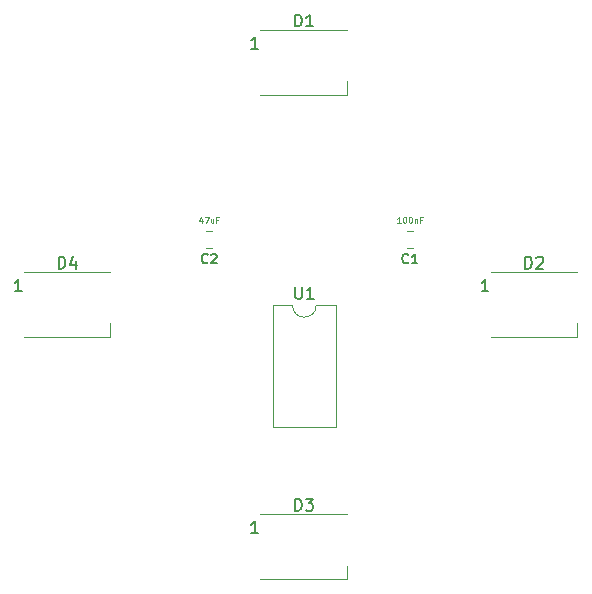
<source format=gbr>
G04 #@! TF.GenerationSoftware,KiCad,Pcbnew,5.0.2+dfsg1-1*
G04 #@! TF.CreationDate,2019-07-05T17:04:00+02:00*
G04 #@! TF.ProjectId,PollFoll,506f6c6c-466f-46c6-9c2e-6b696361645f,rev?*
G04 #@! TF.SameCoordinates,Original*
G04 #@! TF.FileFunction,Legend,Top*
G04 #@! TF.FilePolarity,Positive*
%FSLAX46Y46*%
G04 Gerber Fmt 4.6, Leading zero omitted, Abs format (unit mm)*
G04 Created by KiCad (PCBNEW 5.0.2+dfsg1-1) date vie 05 jul 2019 17:04:00 CEST*
%MOMM*%
%LPD*%
G01*
G04 APERTURE LIST*
%ADD10C,0.120000*%
%ADD11C,0.150000*%
%ADD12C,0.125000*%
G04 APERTURE END LIST*
D10*
G04 #@! TO.C,D4*
X119650000Y-82250000D02*
X119650000Y-81100000D01*
X112350000Y-82250000D02*
X119650000Y-82250000D01*
X112350000Y-76750000D02*
X119650000Y-76750000D01*
G04 #@! TO.C,D3*
X132350000Y-97250000D02*
X139650000Y-97250000D01*
X132350000Y-102750000D02*
X139650000Y-102750000D01*
X139650000Y-102750000D02*
X139650000Y-101600000D01*
G04 #@! TO.C,D2*
X159150000Y-82250000D02*
X159150000Y-81100000D01*
X151850000Y-82250000D02*
X159150000Y-82250000D01*
X151850000Y-76750000D02*
X159150000Y-76750000D01*
G04 #@! TO.C,D1*
X132350000Y-56250000D02*
X139650000Y-56250000D01*
X132350000Y-61750000D02*
X139650000Y-61750000D01*
X139650000Y-61750000D02*
X139650000Y-60600000D01*
G04 #@! TO.C,U1*
X137060000Y-79570000D02*
G75*
G02X135060000Y-79570000I-1000000J0D01*
G01*
X135060000Y-79570000D02*
X133410000Y-79570000D01*
X133410000Y-79570000D02*
X133410000Y-89850000D01*
X133410000Y-89850000D02*
X138710000Y-89850000D01*
X138710000Y-89850000D02*
X138710000Y-79570000D01*
X138710000Y-79570000D02*
X137060000Y-79570000D01*
G04 #@! TO.C,C2*
X128261252Y-73290000D02*
X127738748Y-73290000D01*
X128261252Y-74710000D02*
X127738748Y-74710000D01*
G04 #@! TO.C,C1*
X145261252Y-74710000D02*
X144738748Y-74710000D01*
X145261252Y-73290000D02*
X144738748Y-73290000D01*
G04 #@! TO.C,D4*
D11*
X115261904Y-76452380D02*
X115261904Y-75452380D01*
X115500000Y-75452380D01*
X115642857Y-75500000D01*
X115738095Y-75595238D01*
X115785714Y-75690476D01*
X115833333Y-75880952D01*
X115833333Y-76023809D01*
X115785714Y-76214285D01*
X115738095Y-76309523D01*
X115642857Y-76404761D01*
X115500000Y-76452380D01*
X115261904Y-76452380D01*
X116690476Y-75785714D02*
X116690476Y-76452380D01*
X116452380Y-75404761D02*
X116214285Y-76119047D01*
X116833333Y-76119047D01*
X112135714Y-78352380D02*
X111564285Y-78352380D01*
X111850000Y-78352380D02*
X111850000Y-77352380D01*
X111754761Y-77495238D01*
X111659523Y-77590476D01*
X111564285Y-77638095D01*
G04 #@! TO.C,D3*
X135261904Y-96952380D02*
X135261904Y-95952380D01*
X135500000Y-95952380D01*
X135642857Y-96000000D01*
X135738095Y-96095238D01*
X135785714Y-96190476D01*
X135833333Y-96380952D01*
X135833333Y-96523809D01*
X135785714Y-96714285D01*
X135738095Y-96809523D01*
X135642857Y-96904761D01*
X135500000Y-96952380D01*
X135261904Y-96952380D01*
X136166666Y-95952380D02*
X136785714Y-95952380D01*
X136452380Y-96333333D01*
X136595238Y-96333333D01*
X136690476Y-96380952D01*
X136738095Y-96428571D01*
X136785714Y-96523809D01*
X136785714Y-96761904D01*
X136738095Y-96857142D01*
X136690476Y-96904761D01*
X136595238Y-96952380D01*
X136309523Y-96952380D01*
X136214285Y-96904761D01*
X136166666Y-96857142D01*
X132135714Y-98852380D02*
X131564285Y-98852380D01*
X131850000Y-98852380D02*
X131850000Y-97852380D01*
X131754761Y-97995238D01*
X131659523Y-98090476D01*
X131564285Y-98138095D01*
G04 #@! TO.C,D2*
X154761904Y-76452380D02*
X154761904Y-75452380D01*
X155000000Y-75452380D01*
X155142857Y-75500000D01*
X155238095Y-75595238D01*
X155285714Y-75690476D01*
X155333333Y-75880952D01*
X155333333Y-76023809D01*
X155285714Y-76214285D01*
X155238095Y-76309523D01*
X155142857Y-76404761D01*
X155000000Y-76452380D01*
X154761904Y-76452380D01*
X155714285Y-75547619D02*
X155761904Y-75500000D01*
X155857142Y-75452380D01*
X156095238Y-75452380D01*
X156190476Y-75500000D01*
X156238095Y-75547619D01*
X156285714Y-75642857D01*
X156285714Y-75738095D01*
X156238095Y-75880952D01*
X155666666Y-76452380D01*
X156285714Y-76452380D01*
X151635714Y-78352380D02*
X151064285Y-78352380D01*
X151350000Y-78352380D02*
X151350000Y-77352380D01*
X151254761Y-77495238D01*
X151159523Y-77590476D01*
X151064285Y-77638095D01*
G04 #@! TO.C,D1*
X135261904Y-55952380D02*
X135261904Y-54952380D01*
X135500000Y-54952380D01*
X135642857Y-55000000D01*
X135738095Y-55095238D01*
X135785714Y-55190476D01*
X135833333Y-55380952D01*
X135833333Y-55523809D01*
X135785714Y-55714285D01*
X135738095Y-55809523D01*
X135642857Y-55904761D01*
X135500000Y-55952380D01*
X135261904Y-55952380D01*
X136785714Y-55952380D02*
X136214285Y-55952380D01*
X136500000Y-55952380D02*
X136500000Y-54952380D01*
X136404761Y-55095238D01*
X136309523Y-55190476D01*
X136214285Y-55238095D01*
X132135714Y-57852380D02*
X131564285Y-57852380D01*
X131850000Y-57852380D02*
X131850000Y-56852380D01*
X131754761Y-56995238D01*
X131659523Y-57090476D01*
X131564285Y-57138095D01*
G04 #@! TO.C,U1*
X135298095Y-78022380D02*
X135298095Y-78831904D01*
X135345714Y-78927142D01*
X135393333Y-78974761D01*
X135488571Y-79022380D01*
X135679047Y-79022380D01*
X135774285Y-78974761D01*
X135821904Y-78927142D01*
X135869523Y-78831904D01*
X135869523Y-78022380D01*
X136869523Y-79022380D02*
X136298095Y-79022380D01*
X136583809Y-79022380D02*
X136583809Y-78022380D01*
X136488571Y-78165238D01*
X136393333Y-78260476D01*
X136298095Y-78308095D01*
G04 #@! TO.C,C2*
X127866666Y-75935714D02*
X127828571Y-75973809D01*
X127714285Y-76011904D01*
X127638095Y-76011904D01*
X127523809Y-75973809D01*
X127447619Y-75897619D01*
X127409523Y-75821428D01*
X127371428Y-75669047D01*
X127371428Y-75554761D01*
X127409523Y-75402380D01*
X127447619Y-75326190D01*
X127523809Y-75250000D01*
X127638095Y-75211904D01*
X127714285Y-75211904D01*
X127828571Y-75250000D01*
X127866666Y-75288095D01*
X128171428Y-75288095D02*
X128209523Y-75250000D01*
X128285714Y-75211904D01*
X128476190Y-75211904D01*
X128552380Y-75250000D01*
X128590476Y-75288095D01*
X128628571Y-75364285D01*
X128628571Y-75440476D01*
X128590476Y-75554761D01*
X128133333Y-76011904D01*
X128628571Y-76011904D01*
D12*
X127416666Y-72242857D02*
X127416666Y-72576190D01*
X127297619Y-72052380D02*
X127178571Y-72409523D01*
X127488095Y-72409523D01*
X127630952Y-72076190D02*
X127964285Y-72076190D01*
X127750000Y-72576190D01*
X128369047Y-72242857D02*
X128369047Y-72576190D01*
X128154761Y-72242857D02*
X128154761Y-72504761D01*
X128178571Y-72552380D01*
X128226190Y-72576190D01*
X128297619Y-72576190D01*
X128345238Y-72552380D01*
X128369047Y-72528571D01*
X128773809Y-72314285D02*
X128607142Y-72314285D01*
X128607142Y-72576190D02*
X128607142Y-72076190D01*
X128845238Y-72076190D01*
G04 #@! TO.C,C1*
D11*
X144866666Y-75935714D02*
X144828571Y-75973809D01*
X144714285Y-76011904D01*
X144638095Y-76011904D01*
X144523809Y-75973809D01*
X144447619Y-75897619D01*
X144409523Y-75821428D01*
X144371428Y-75669047D01*
X144371428Y-75554761D01*
X144409523Y-75402380D01*
X144447619Y-75326190D01*
X144523809Y-75250000D01*
X144638095Y-75211904D01*
X144714285Y-75211904D01*
X144828571Y-75250000D01*
X144866666Y-75288095D01*
X145628571Y-76011904D02*
X145171428Y-76011904D01*
X145400000Y-76011904D02*
X145400000Y-75211904D01*
X145323809Y-75326190D01*
X145247619Y-75402380D01*
X145171428Y-75440476D01*
D12*
X144226190Y-72576190D02*
X143940476Y-72576190D01*
X144083333Y-72576190D02*
X144083333Y-72076190D01*
X144035714Y-72147619D01*
X143988095Y-72195238D01*
X143940476Y-72219047D01*
X144535714Y-72076190D02*
X144583333Y-72076190D01*
X144630952Y-72100000D01*
X144654761Y-72123809D01*
X144678571Y-72171428D01*
X144702380Y-72266666D01*
X144702380Y-72385714D01*
X144678571Y-72480952D01*
X144654761Y-72528571D01*
X144630952Y-72552380D01*
X144583333Y-72576190D01*
X144535714Y-72576190D01*
X144488095Y-72552380D01*
X144464285Y-72528571D01*
X144440476Y-72480952D01*
X144416666Y-72385714D01*
X144416666Y-72266666D01*
X144440476Y-72171428D01*
X144464285Y-72123809D01*
X144488095Y-72100000D01*
X144535714Y-72076190D01*
X145011904Y-72076190D02*
X145059523Y-72076190D01*
X145107142Y-72100000D01*
X145130952Y-72123809D01*
X145154761Y-72171428D01*
X145178571Y-72266666D01*
X145178571Y-72385714D01*
X145154761Y-72480952D01*
X145130952Y-72528571D01*
X145107142Y-72552380D01*
X145059523Y-72576190D01*
X145011904Y-72576190D01*
X144964285Y-72552380D01*
X144940476Y-72528571D01*
X144916666Y-72480952D01*
X144892857Y-72385714D01*
X144892857Y-72266666D01*
X144916666Y-72171428D01*
X144940476Y-72123809D01*
X144964285Y-72100000D01*
X145011904Y-72076190D01*
X145392857Y-72242857D02*
X145392857Y-72576190D01*
X145392857Y-72290476D02*
X145416666Y-72266666D01*
X145464285Y-72242857D01*
X145535714Y-72242857D01*
X145583333Y-72266666D01*
X145607142Y-72314285D01*
X145607142Y-72576190D01*
X146011904Y-72314285D02*
X145845238Y-72314285D01*
X145845238Y-72576190D02*
X145845238Y-72076190D01*
X146083333Y-72076190D01*
G04 #@! TD*
M02*

</source>
